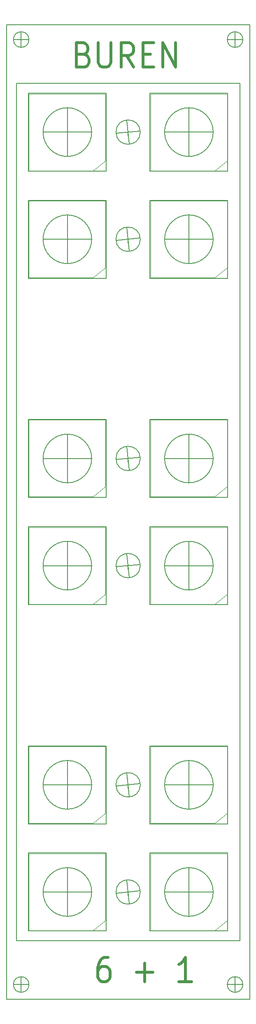
<source format=gbr>
%TF.GenerationSoftware,KiCad,Pcbnew,(5.1.9)-1*%
%TF.CreationDate,2021-09-13T19:49:27+01:00*%
%TF.ProjectId,KOSMO Mult,4b4f534d-4f20-44d7-956c-742e6b696361,rev?*%
%TF.SameCoordinates,Original*%
%TF.FileFunction,OtherDrawing,Comment*%
%FSLAX46Y46*%
G04 Gerber Fmt 4.6, Leading zero omitted, Abs format (unit mm)*
G04 Created by KiCad (PCBNEW (5.1.9)-1) date 2021-09-13 19:49:27*
%MOMM*%
%LPD*%
G01*
G04 APERTURE LIST*
%ADD10C,0.625000*%
%ADD11C,0.200000*%
%ADD12C,0.120000*%
G04 APERTURE END LIST*
D10*
X36555255Y-195109100D02*
X35698112Y-195109100D01*
X35269540Y-195347196D01*
X35055255Y-195585291D01*
X34626683Y-196299576D01*
X34412397Y-197251957D01*
X34412397Y-199156719D01*
X34626683Y-199632910D01*
X34840969Y-199871005D01*
X35269540Y-200109100D01*
X36126683Y-200109100D01*
X36555255Y-199871005D01*
X36769540Y-199632910D01*
X36983826Y-199156719D01*
X36983826Y-197966243D01*
X36769540Y-197490053D01*
X36555255Y-197251957D01*
X36126683Y-197013862D01*
X35269540Y-197013862D01*
X34840969Y-197251957D01*
X34626683Y-197490053D01*
X34412397Y-197966243D01*
X42340969Y-198204338D02*
X45769540Y-198204338D01*
X44055255Y-200109100D02*
X44055255Y-196299576D01*
X53698112Y-200109100D02*
X51126683Y-200109100D01*
X52412397Y-200109100D02*
X52412397Y-195109100D01*
X51983826Y-195823386D01*
X51555255Y-196299576D01*
X51126683Y-196537672D01*
X31523269Y-9738278D02*
X32166126Y-9976373D01*
X32380412Y-10214468D01*
X32594698Y-10690659D01*
X32594698Y-11404944D01*
X32380412Y-11881135D01*
X32166126Y-12119230D01*
X31737555Y-12357325D01*
X30023269Y-12357325D01*
X30023269Y-7357325D01*
X31523269Y-7357325D01*
X31951841Y-7595421D01*
X32166126Y-7833516D01*
X32380412Y-8309706D01*
X32380412Y-8785897D01*
X32166126Y-9262087D01*
X31951841Y-9500182D01*
X31523269Y-9738278D01*
X30023269Y-9738278D01*
X34523269Y-7357325D02*
X34523269Y-11404944D01*
X34737555Y-11881135D01*
X34951841Y-12119230D01*
X35380412Y-12357325D01*
X36237555Y-12357325D01*
X36666126Y-12119230D01*
X36880412Y-11881135D01*
X37094698Y-11404944D01*
X37094698Y-7357325D01*
X41808983Y-12357325D02*
X40308983Y-9976373D01*
X39237555Y-12357325D02*
X39237555Y-7357325D01*
X40951841Y-7357325D01*
X41380412Y-7595421D01*
X41594698Y-7833516D01*
X41808983Y-8309706D01*
X41808983Y-9023992D01*
X41594698Y-9500182D01*
X41380412Y-9738278D01*
X40951841Y-9976373D01*
X39237555Y-9976373D01*
X43737555Y-9738278D02*
X45237555Y-9738278D01*
X45880412Y-12357325D02*
X43737555Y-12357325D01*
X43737555Y-7357325D01*
X45880412Y-7357325D01*
X47808983Y-12357325D02*
X47808983Y-7357325D01*
X50380412Y-12357325D01*
X50380412Y-7357325D01*
X36555255Y-195109100D02*
X35698112Y-195109100D01*
X35269540Y-195347196D01*
X35055255Y-195585291D01*
X34626683Y-196299576D01*
X34412397Y-197251957D01*
X34412397Y-199156719D01*
X34626683Y-199632910D01*
X34840969Y-199871005D01*
X35269540Y-200109100D01*
X36126683Y-200109100D01*
X36555255Y-199871005D01*
X36769540Y-199632910D01*
X36983826Y-199156719D01*
X36983826Y-197966243D01*
X36769540Y-197490053D01*
X36555255Y-197251957D01*
X36126683Y-197013862D01*
X35269540Y-197013862D01*
X34840969Y-197251957D01*
X34626683Y-197490053D01*
X34412397Y-197966243D01*
X42340969Y-198204338D02*
X45769540Y-198204338D01*
X44055255Y-200109100D02*
X44055255Y-196299576D01*
X53698112Y-200109100D02*
X51126683Y-200109100D01*
X52412397Y-200109100D02*
X52412397Y-195109100D01*
X51983826Y-195823386D01*
X51555255Y-196299576D01*
X51126683Y-196537672D01*
X31523269Y-9738278D02*
X32166126Y-9976373D01*
X32380412Y-10214468D01*
X32594698Y-10690659D01*
X32594698Y-11404944D01*
X32380412Y-11881135D01*
X32166126Y-12119230D01*
X31737555Y-12357325D01*
X30023269Y-12357325D01*
X30023269Y-7357325D01*
X31523269Y-7357325D01*
X31951841Y-7595421D01*
X32166126Y-7833516D01*
X32380412Y-8309706D01*
X32380412Y-8785897D01*
X32166126Y-9262087D01*
X31951841Y-9500182D01*
X31523269Y-9738278D01*
X30023269Y-9738278D01*
X34523269Y-7357325D02*
X34523269Y-11404944D01*
X34737555Y-11881135D01*
X34951841Y-12119230D01*
X35380412Y-12357325D01*
X36237555Y-12357325D01*
X36666126Y-12119230D01*
X36880412Y-11881135D01*
X37094698Y-11404944D01*
X37094698Y-7357325D01*
X41808983Y-12357325D02*
X40308983Y-9976373D01*
X39237555Y-12357325D02*
X39237555Y-7357325D01*
X40951841Y-7357325D01*
X41380412Y-7595421D01*
X41594698Y-7833516D01*
X41808983Y-8309706D01*
X41808983Y-9023992D01*
X41594698Y-9500182D01*
X41380412Y-9738278D01*
X40951841Y-9976373D01*
X39237555Y-9976373D01*
X43737555Y-9738278D02*
X45237555Y-9738278D01*
X45880412Y-12357325D02*
X43737555Y-12357325D01*
X43737555Y-7357325D01*
X45880412Y-7357325D01*
X47808983Y-12357325D02*
X47808983Y-7357325D01*
X50380412Y-12357325D01*
X50380412Y-7357325D01*
D11*
X36195000Y-17736000D02*
X36195000Y-33736000D01*
X40694999Y-25736000D02*
X40694999Y-26448560D01*
X61194999Y-55736000D02*
X45195000Y-55736000D01*
X61194999Y-33736000D02*
X45195000Y-33736000D01*
X36195000Y-100736000D02*
X20195000Y-100736000D01*
X20195000Y-17736000D02*
X36195000Y-17736000D01*
X61194999Y-17736000D02*
X61194999Y-33736000D01*
X20195000Y-55736000D02*
X20195000Y-39736000D01*
X45195000Y-100736000D02*
X45195000Y-84736000D01*
X40694999Y-47736000D02*
X40694999Y-48448560D01*
X36195000Y-33736000D02*
X20195000Y-33736000D01*
X45195000Y-17736000D02*
X61194999Y-17736000D01*
X20195000Y-100736000D02*
X20195000Y-84736000D01*
X36195000Y-39736000D02*
X36195000Y-55736000D01*
X61194999Y-100736000D02*
X45195000Y-100736000D01*
X40694999Y-159736000D02*
X40694999Y-160448560D01*
X36195000Y-84736000D02*
X36195000Y-100736000D01*
X36195000Y-167736000D02*
X20195000Y-167736000D01*
X40694999Y-92736000D02*
X40694999Y-93448560D01*
X20195000Y-39736000D02*
X36195000Y-39736000D01*
X61194999Y-84736000D02*
X61194999Y-100736000D01*
X45195000Y-84736000D02*
X61194999Y-84736000D01*
X40694999Y-181736000D02*
X40694999Y-182448560D01*
X36195000Y-55736000D02*
X20195000Y-55736000D01*
X45195000Y-55736000D02*
X45195000Y-39736000D01*
X20195000Y-33736000D02*
X20195000Y-17736000D01*
X61194999Y-39736000D02*
X61194999Y-55736000D01*
X45195000Y-39736000D02*
X61194999Y-39736000D01*
X36195000Y-151736000D02*
X36195000Y-167736000D01*
X40694999Y-114736000D02*
X40694999Y-115448560D01*
X45195000Y-33736000D02*
X45195000Y-17736000D01*
X20195000Y-84736000D02*
X36195000Y-84736000D01*
X15695000Y-203736000D02*
X65695000Y-203736000D01*
X17095000Y-200736000D02*
X20295000Y-200736000D01*
X63695000Y-115736000D02*
X63695000Y-15736000D01*
X18695000Y-199135999D02*
X18695000Y-202335999D01*
X63695000Y-191736000D02*
X63695000Y-105417839D01*
X53195000Y-154736000D02*
X53195000Y-164736000D01*
X20295000Y-200736000D02*
G75*
G03*
X20295000Y-200736000I-1600000J0D01*
G01*
X17695000Y-191736000D02*
X63695000Y-191736000D01*
X63695000Y-15736000D02*
X17695000Y-15736000D01*
X20295000Y-6736000D02*
G75*
G03*
X20295000Y-6736000I-1600000J0D01*
G01*
X15695000Y-3736000D02*
X15695000Y-203736000D01*
X33195000Y-47736000D02*
G75*
G03*
X33195000Y-47736000I-5000000J0D01*
G01*
X48195000Y-47736000D02*
X58195000Y-47736000D01*
X61095000Y-200736000D02*
X64295000Y-200736000D01*
X33195000Y-181736000D02*
G75*
G03*
X33195000Y-181736000I-5000000J0D01*
G01*
X33195000Y-25736000D02*
G75*
G03*
X33195000Y-25736000I-5000000J0D01*
G01*
X53195000Y-30736000D02*
X53195000Y-20736000D01*
X62695000Y-199135999D02*
X62695000Y-202335999D01*
X58195000Y-181736000D02*
G75*
G03*
X58195000Y-181736000I-5000000J0D01*
G01*
X64295000Y-6736000D02*
G75*
G03*
X64295000Y-6736000I-1600000J0D01*
G01*
X18695000Y-5135999D02*
X18695000Y-8335999D01*
X23195000Y-159736000D02*
X33195000Y-159736000D01*
X33195000Y-159736000D02*
G75*
G03*
X33195000Y-159736000I-5000000J0D01*
G01*
X28195000Y-176736000D02*
X28195000Y-186736000D01*
X48195000Y-159736000D02*
X58195000Y-159736000D01*
X65695000Y-3736000D02*
X15695000Y-3736000D01*
X17095000Y-6736000D02*
X20295000Y-6736000D01*
X53195000Y-176736000D02*
X53195000Y-186736000D01*
X23195000Y-25736000D02*
X33195000Y-25736000D01*
X28195000Y-154736000D02*
X28195000Y-164736000D01*
X62695000Y-5135999D02*
X62695000Y-8335999D01*
X65695000Y-203736000D02*
X65695000Y-3736000D01*
X28195000Y-52736000D02*
X28195000Y-42736000D01*
X23195000Y-47736000D02*
X33195000Y-47736000D01*
X53195000Y-52736000D02*
X53195000Y-42736000D01*
X48195000Y-25736000D02*
X58195000Y-25736000D01*
X58195000Y-47736000D02*
G75*
G03*
X58195000Y-47736000I-5000000J0D01*
G01*
X58195000Y-159736000D02*
G75*
G03*
X58195000Y-159736000I-5000000J0D01*
G01*
X23195000Y-181736000D02*
X33195000Y-181736000D01*
X17695000Y-105417839D02*
X17695000Y-191736000D01*
X17695000Y-15736000D02*
X17695000Y-115736000D01*
X58195000Y-25736000D02*
G75*
G03*
X58195000Y-25736000I-5000000J0D01*
G01*
X28195000Y-30736000D02*
X28195000Y-20736000D01*
X64295000Y-200736000D02*
G75*
G03*
X64295000Y-200736000I-1600000J0D01*
G01*
X48195000Y-181736000D02*
X58195000Y-181736000D01*
X61095000Y-6736000D02*
X64295000Y-6736000D01*
X61194999Y-100736000D02*
X45195000Y-100736000D01*
X53195000Y-87736000D02*
X53195000Y-97736000D01*
X61194999Y-151736000D02*
X61194999Y-167736000D01*
X45195000Y-167736000D02*
X45195000Y-151736000D01*
X33195000Y-92736000D02*
G75*
G03*
X33195000Y-92736000I-5000000J0D01*
G01*
X48195000Y-114736000D02*
X58195000Y-114736000D01*
X36195000Y-173736000D02*
X36195000Y-189736000D01*
X45195000Y-84736000D02*
X61194999Y-84736000D01*
X53195000Y-109736000D02*
X53195000Y-119736000D01*
X45195000Y-151736000D02*
X61194999Y-151736000D01*
X45195000Y-173736000D02*
X61194999Y-173736000D01*
X20195000Y-189736000D02*
X20195000Y-173736000D01*
X28195000Y-109736000D02*
X28195000Y-119736000D01*
X61194999Y-173736000D02*
X61194999Y-189736000D01*
X20195000Y-39736000D02*
X36195000Y-39736000D01*
X20195000Y-55736000D02*
X20195000Y-39736000D01*
X61194999Y-84736000D02*
X61194999Y-100736000D01*
X20195000Y-84736000D02*
X36195000Y-84736000D01*
X20195000Y-100736000D02*
X20195000Y-84736000D01*
X20195000Y-151736000D02*
X36195000Y-151736000D01*
X33195000Y-114736000D02*
G75*
G03*
X33195000Y-114736000I-5000000J0D01*
G01*
X45195000Y-189736000D02*
X45195000Y-173736000D01*
X61194999Y-167736000D02*
X45195000Y-167736000D01*
X36195000Y-189736000D02*
X20195000Y-189736000D01*
X36195000Y-106736000D02*
X36195000Y-122736000D01*
X20195000Y-167736000D02*
X20195000Y-151736000D01*
X45195000Y-100736000D02*
X45195000Y-84736000D01*
X36195000Y-84736000D02*
X36195000Y-100736000D01*
X36195000Y-151736000D02*
X36195000Y-167736000D01*
X20195000Y-173736000D02*
X36195000Y-173736000D01*
X28195000Y-87736000D02*
X28195000Y-97736000D01*
X36195000Y-167736000D02*
X20195000Y-167736000D01*
X45195000Y-106736000D02*
X61194999Y-106736000D01*
X61194999Y-106736000D02*
X61194999Y-122736000D01*
X58195000Y-92736000D02*
G75*
G03*
X58195000Y-92736000I-5000000J0D01*
G01*
X23195000Y-114736000D02*
X33195000Y-114736000D01*
X23195000Y-92736000D02*
X33195000Y-92736000D01*
X61194999Y-189736000D02*
X45195000Y-189736000D01*
X36195000Y-100736000D02*
X20195000Y-100736000D01*
X61194999Y-122736000D02*
X45195000Y-122736000D01*
X45195000Y-122736000D02*
X45195000Y-106736000D01*
X36195000Y-122736000D02*
X20195000Y-122736000D01*
X58195000Y-114736000D02*
G75*
G03*
X58195000Y-114736000I-5000000J0D01*
G01*
X20195000Y-106736000D02*
X36195000Y-106736000D01*
X48195000Y-92736000D02*
X58195000Y-92736000D01*
X20195000Y-122736000D02*
X20195000Y-106736000D01*
X61194999Y-106736000D02*
X61194999Y-122736000D01*
X20195000Y-106736000D02*
X36195000Y-106736000D01*
X36195000Y-106736000D02*
X36195000Y-122736000D01*
X20195000Y-122736000D02*
X20195000Y-106736000D01*
X43195000Y-47736000D02*
G75*
G03*
X43195000Y-47736000I-2500000J0D01*
G01*
X36195000Y-122736000D02*
X20195000Y-122736000D01*
X45195000Y-106736000D02*
X61194999Y-106736000D01*
X45195000Y-122736000D02*
X45195000Y-106736000D01*
X38256166Y-47969672D02*
X43122666Y-47503396D01*
X20195000Y-167736000D02*
X20195000Y-151736000D01*
X65695000Y-203736000D02*
X65695000Y-3736000D01*
X58195000Y-159736000D02*
G75*
G03*
X58195000Y-159736000I-5000000J0D01*
G01*
X17695000Y-191736000D02*
X63695000Y-191736000D01*
X43195000Y-47736000D02*
G75*
G03*
X43195000Y-47736000I-2500000J0D01*
G01*
X43195000Y-25736000D02*
G75*
G03*
X43195000Y-25736000I-2500000J0D01*
G01*
X33195000Y-181736000D02*
G75*
G03*
X33195000Y-181736000I-5000000J0D01*
G01*
X63695000Y-191736000D02*
X63695000Y-105417839D01*
X15695000Y-203736000D02*
X65695000Y-203736000D01*
X38256166Y-47969672D02*
X43122666Y-47503396D01*
X65695000Y-3736000D02*
X15695000Y-3736000D01*
X40455166Y-45301272D02*
X40933566Y-50157872D01*
X53195000Y-176736000D02*
X53195000Y-186736000D01*
X58195000Y-181736000D02*
G75*
G03*
X58195000Y-181736000I-5000000J0D01*
G01*
X23195000Y-181736000D02*
X33195000Y-181736000D01*
X15695000Y-3736000D02*
X15695000Y-203736000D01*
X48195000Y-181736000D02*
X58195000Y-181736000D01*
X63695000Y-15736000D02*
X17695000Y-15736000D01*
X63695000Y-115736000D02*
X63695000Y-15736000D01*
X40694999Y-47736000D02*
X40694999Y-48448560D01*
X38256166Y-25969672D02*
X43122666Y-25503396D01*
X43195000Y-114736000D02*
G75*
G03*
X43195000Y-114736000I-2500000J0D01*
G01*
X40694999Y-114736000D02*
X40694999Y-115448560D01*
X40455166Y-23301272D02*
X40933566Y-28157872D01*
X28195000Y-176736000D02*
X28195000Y-186736000D01*
X17695000Y-15736000D02*
X17695000Y-115736000D01*
X40694999Y-25736000D02*
X40694999Y-26448560D01*
X17695000Y-105417839D02*
X17695000Y-191736000D01*
X43195000Y-92736000D02*
G75*
G03*
X43195000Y-92736000I-2500000J0D01*
G01*
X38256166Y-92969672D02*
X43122666Y-92503396D01*
X20195000Y-33736000D02*
X20195000Y-17736000D01*
X40455166Y-90301272D02*
X40933566Y-95157872D01*
X40694999Y-181736000D02*
X40694999Y-182448560D01*
X43195000Y-181736000D02*
G75*
G03*
X43195000Y-181736000I-2500000J0D01*
G01*
X61194999Y-39736000D02*
X61194999Y-55736000D01*
X38256166Y-181969672D02*
X43122666Y-181503396D01*
X40694999Y-159736000D02*
X40694999Y-160448560D01*
X43195000Y-159736000D02*
G75*
G03*
X43195000Y-159736000I-2500000J0D01*
G01*
X45195000Y-39736000D02*
X61194999Y-39736000D01*
X40455166Y-157301272D02*
X40933566Y-162157872D01*
X36195000Y-33736000D02*
X20195000Y-33736000D01*
X61194999Y-33736000D02*
X45195000Y-33736000D01*
X20195000Y-17736000D02*
X36195000Y-17736000D01*
X61194999Y-17736000D02*
X61194999Y-33736000D01*
X45195000Y-17736000D02*
X61194999Y-17736000D01*
X36195000Y-55736000D02*
X20195000Y-55736000D01*
X36195000Y-39736000D02*
X36195000Y-55736000D01*
X38256166Y-114969672D02*
X43122666Y-114503396D01*
X40455166Y-112301272D02*
X40933566Y-117157872D01*
X45195000Y-33736000D02*
X45195000Y-17736000D01*
X45195000Y-55736000D02*
X45195000Y-39736000D01*
X40694999Y-92736000D02*
X40694999Y-93448560D01*
X40455166Y-179301272D02*
X40933566Y-184157872D01*
X38256166Y-159969672D02*
X43122666Y-159503396D01*
X61194999Y-55736000D02*
X45195000Y-55736000D01*
X36195000Y-17736000D02*
X36195000Y-33736000D01*
X20195000Y-151736000D02*
X36195000Y-151736000D01*
X45195000Y-189736000D02*
X45195000Y-173736000D01*
X45195000Y-173736000D02*
X61194999Y-173736000D01*
X61194999Y-189736000D02*
X45195000Y-189736000D01*
X61194999Y-173736000D02*
X61194999Y-189736000D01*
X17095000Y-200736000D02*
X20295000Y-200736000D01*
X33195000Y-159736000D02*
G75*
G03*
X33195000Y-159736000I-5000000J0D01*
G01*
X61095000Y-200736000D02*
X64295000Y-200736000D01*
X23195000Y-159736000D02*
X33195000Y-159736000D01*
X62695000Y-199135999D02*
X62695000Y-202335999D01*
X20295000Y-200736000D02*
G75*
G03*
X20295000Y-200736000I-1600000J0D01*
G01*
X53195000Y-154736000D02*
X53195000Y-164736000D01*
X18695000Y-5135999D02*
X18695000Y-8335999D01*
X48195000Y-159736000D02*
X58195000Y-159736000D01*
X64295000Y-200736000D02*
G75*
G03*
X64295000Y-200736000I-1600000J0D01*
G01*
X62695000Y-5135999D02*
X62695000Y-8335999D01*
X61095000Y-6736000D02*
X64295000Y-6736000D01*
X64295000Y-6736000D02*
G75*
G03*
X64295000Y-6736000I-1600000J0D01*
G01*
X17095000Y-6736000D02*
X20295000Y-6736000D01*
X20295000Y-6736000D02*
G75*
G03*
X20295000Y-6736000I-1600000J0D01*
G01*
X18695000Y-199135999D02*
X18695000Y-202335999D01*
X28195000Y-154736000D02*
X28195000Y-164736000D01*
X53195000Y-30736000D02*
X53195000Y-20736000D01*
X48195000Y-25736000D02*
X58195000Y-25736000D01*
X58195000Y-25736000D02*
G75*
G03*
X58195000Y-25736000I-5000000J0D01*
G01*
X28195000Y-30736000D02*
X28195000Y-20736000D01*
X23195000Y-25736000D02*
X33195000Y-25736000D01*
X33195000Y-25736000D02*
G75*
G03*
X33195000Y-25736000I-5000000J0D01*
G01*
X61194999Y-151736000D02*
X61194999Y-167736000D01*
X45195000Y-151736000D02*
X61194999Y-151736000D01*
X45195000Y-167736000D02*
X45195000Y-151736000D01*
X61194999Y-167736000D02*
X45195000Y-167736000D01*
X33195000Y-114736000D02*
G75*
G03*
X33195000Y-114736000I-5000000J0D01*
G01*
X53195000Y-87736000D02*
X53195000Y-97736000D01*
X58195000Y-47736000D02*
G75*
G03*
X58195000Y-47736000I-5000000J0D01*
G01*
X48195000Y-47736000D02*
X58195000Y-47736000D01*
X48195000Y-92736000D02*
X58195000Y-92736000D01*
X53195000Y-52736000D02*
X53195000Y-42736000D01*
X48195000Y-114736000D02*
X58195000Y-114736000D01*
X28195000Y-109736000D02*
X28195000Y-119736000D01*
X23195000Y-114736000D02*
X33195000Y-114736000D01*
X28195000Y-52736000D02*
X28195000Y-42736000D01*
X23195000Y-47736000D02*
X33195000Y-47736000D01*
X53195000Y-109736000D02*
X53195000Y-119736000D01*
X23195000Y-92736000D02*
X33195000Y-92736000D01*
X38256166Y-159969672D02*
X43122666Y-159503396D01*
X58195000Y-114736000D02*
G75*
G03*
X58195000Y-114736000I-5000000J0D01*
G01*
X40455166Y-157301272D02*
X40933566Y-162157872D01*
X33195000Y-47736000D02*
G75*
G03*
X33195000Y-47736000I-5000000J0D01*
G01*
X58195000Y-92736000D02*
G75*
G03*
X58195000Y-92736000I-5000000J0D01*
G01*
X28195000Y-87736000D02*
X28195000Y-97736000D01*
X33195000Y-92736000D02*
G75*
G03*
X33195000Y-92736000I-5000000J0D01*
G01*
X38256166Y-181969672D02*
X43122666Y-181503396D01*
X40455166Y-90301272D02*
X40933566Y-95157872D01*
X43195000Y-159736000D02*
G75*
G03*
X43195000Y-159736000I-2500000J0D01*
G01*
X40455166Y-45301272D02*
X40933566Y-50157872D01*
X40455166Y-179301272D02*
X40933566Y-184157872D01*
X43195000Y-25736000D02*
G75*
G03*
X43195000Y-25736000I-2500000J0D01*
G01*
X38256166Y-25969672D02*
X43122666Y-25503396D01*
X43195000Y-92736000D02*
G75*
G03*
X43195000Y-92736000I-2500000J0D01*
G01*
X40455166Y-23301272D02*
X40933566Y-28157872D01*
X40455166Y-112301272D02*
X40933566Y-117157872D01*
X43195000Y-114736000D02*
G75*
G03*
X43195000Y-114736000I-2500000J0D01*
G01*
X43195000Y-181736000D02*
G75*
G03*
X43195000Y-181736000I-2500000J0D01*
G01*
X38256166Y-114969672D02*
X43122666Y-114503396D01*
X38256166Y-92969672D02*
X43122666Y-92503396D01*
X20195000Y-173736000D02*
X36195000Y-173736000D01*
X20195000Y-189736000D02*
X20195000Y-173736000D01*
X61194999Y-122736000D02*
X45195000Y-122736000D01*
X36195000Y-189736000D02*
X20195000Y-189736000D01*
X36195000Y-173736000D02*
X36195000Y-189736000D01*
D12*
%TO.C,J1*%
X20300000Y-17891000D02*
X36048000Y-17891000D01*
X36048000Y-17891000D02*
X36048000Y-30591000D01*
X36048000Y-30591000D02*
X36048000Y-31607000D01*
X20300000Y-33639000D02*
X20300000Y-17891000D01*
X36048000Y-31607000D02*
X33508000Y-33639000D01*
X33508000Y-33639000D02*
X20300000Y-33639000D01*
%TO.C,J2*%
X58527000Y-33639000D02*
X45319000Y-33639000D01*
X61067000Y-31607000D02*
X58527000Y-33639000D01*
X45319000Y-33639000D02*
X45319000Y-17891000D01*
X61067000Y-30591000D02*
X61067000Y-31607000D01*
X61067000Y-17891000D02*
X61067000Y-30591000D01*
X45319000Y-17891000D02*
X61067000Y-17891000D01*
%TO.C,J3*%
X20300000Y-39862000D02*
X36048000Y-39862000D01*
X36048000Y-39862000D02*
X36048000Y-52562000D01*
X36048000Y-52562000D02*
X36048000Y-53578000D01*
X20300000Y-55610000D02*
X20300000Y-39862000D01*
X36048000Y-53578000D02*
X33508000Y-55610000D01*
X33508000Y-55610000D02*
X20300000Y-55610000D01*
%TO.C,J5*%
X58527000Y-55610000D02*
X45319000Y-55610000D01*
X61067000Y-53578000D02*
X58527000Y-55610000D01*
X45319000Y-55610000D02*
X45319000Y-39862000D01*
X61067000Y-52562000D02*
X61067000Y-53578000D01*
X61067000Y-39862000D02*
X61067000Y-52562000D01*
X45319000Y-39862000D02*
X61067000Y-39862000D01*
%TO.C,J6*%
X33508000Y-100568000D02*
X20300000Y-100568000D01*
X36048000Y-98536000D02*
X33508000Y-100568000D01*
X20300000Y-100568000D02*
X20300000Y-84820000D01*
X36048000Y-97520000D02*
X36048000Y-98536000D01*
X36048000Y-84820000D02*
X36048000Y-97520000D01*
X20300000Y-84820000D02*
X36048000Y-84820000D01*
%TO.C,J7*%
X45319000Y-84820000D02*
X61067000Y-84820000D01*
X61067000Y-84820000D02*
X61067000Y-97520000D01*
X61067000Y-97520000D02*
X61067000Y-98536000D01*
X45319000Y-100568000D02*
X45319000Y-84820000D01*
X61067000Y-98536000D02*
X58527000Y-100568000D01*
X58527000Y-100568000D02*
X45319000Y-100568000D01*
%TO.C,J8*%
X33508000Y-122666000D02*
X20300000Y-122666000D01*
X36048000Y-120634000D02*
X33508000Y-122666000D01*
X20300000Y-122666000D02*
X20300000Y-106918000D01*
X36048000Y-119618000D02*
X36048000Y-120634000D01*
X36048000Y-106918000D02*
X36048000Y-119618000D01*
X20300000Y-106918000D02*
X36048000Y-106918000D01*
%TO.C,J9*%
X45319000Y-106918000D02*
X61067000Y-106918000D01*
X61067000Y-106918000D02*
X61067000Y-119618000D01*
X61067000Y-119618000D02*
X61067000Y-120634000D01*
X45319000Y-122666000D02*
X45319000Y-106918000D01*
X61067000Y-120634000D02*
X58527000Y-122666000D01*
X58527000Y-122666000D02*
X45319000Y-122666000D01*
%TO.C,J10*%
X20300000Y-151876000D02*
X36048000Y-151876000D01*
X36048000Y-151876000D02*
X36048000Y-164576000D01*
X36048000Y-164576000D02*
X36048000Y-165592000D01*
X20300000Y-167624000D02*
X20300000Y-151876000D01*
X36048000Y-165592000D02*
X33508000Y-167624000D01*
X33508000Y-167624000D02*
X20300000Y-167624000D01*
%TO.C,J11*%
X58527000Y-167624000D02*
X45319000Y-167624000D01*
X61067000Y-165592000D02*
X58527000Y-167624000D01*
X45319000Y-167624000D02*
X45319000Y-151876000D01*
X61067000Y-164576000D02*
X61067000Y-165592000D01*
X61067000Y-151876000D02*
X61067000Y-164576000D01*
X45319000Y-151876000D02*
X61067000Y-151876000D01*
%TO.C,J12*%
X20300000Y-173847000D02*
X36048000Y-173847000D01*
X36048000Y-173847000D02*
X36048000Y-186547000D01*
X36048000Y-186547000D02*
X36048000Y-187563000D01*
X20300000Y-189595000D02*
X20300000Y-173847000D01*
X36048000Y-187563000D02*
X33508000Y-189595000D01*
X33508000Y-189595000D02*
X20300000Y-189595000D01*
%TO.C,J13*%
X58527000Y-189595000D02*
X45319000Y-189595000D01*
X61067000Y-187563000D02*
X58527000Y-189595000D01*
X45319000Y-189595000D02*
X45319000Y-173847000D01*
X61067000Y-186547000D02*
X61067000Y-187563000D01*
X61067000Y-173847000D02*
X61067000Y-186547000D01*
X45319000Y-173847000D02*
X61067000Y-173847000D01*
%TD*%
M02*

</source>
